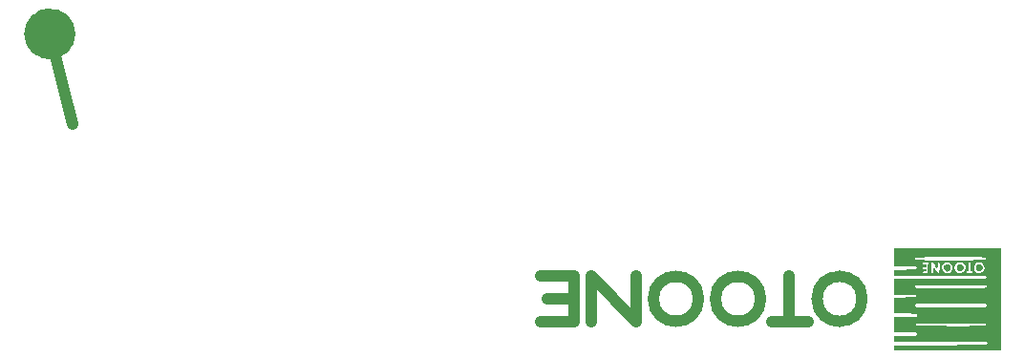
<source format=gbr>
%TF.GenerationSoftware,KiCad,Pcbnew,(5.1.8)-1*%
%TF.CreationDate,2022-08-29T12:55:05+09:00*%
%TF.ProjectId,face,66616365-2e6b-4696-9361-645f70636258,rev?*%
%TF.SameCoordinates,Original*%
%TF.FileFunction,Legend,Top*%
%TF.FilePolarity,Positive*%
%FSLAX46Y46*%
G04 Gerber Fmt 4.6, Leading zero omitted, Abs format (unit mm)*
G04 Created by KiCad (PCBNEW (5.1.8)-1) date 2022-08-29 12:55:05*
%MOMM*%
%LPD*%
G01*
G04 APERTURE LIST*
%ADD10C,1.000000*%
%ADD11C,2.500000*%
%ADD12C,0.010000*%
G04 APERTURE END LIST*
D10*
X91500000Y-87500000D02*
X89500000Y-79500000D01*
D11*
X90500000Y-79500000D02*
G75*
G03*
X90500000Y-79500000I-1000000J0D01*
G01*
D10*
X133000000Y-101000000D02*
X136000000Y-101000000D01*
X133600000Y-103000000D02*
X135800000Y-103000000D01*
X133000000Y-105000000D02*
X136000000Y-105000000D01*
X141500000Y-105000000D02*
X137500000Y-101000000D01*
X136000000Y-101000000D02*
X136000000Y-105000000D01*
X137500000Y-101000000D02*
X137500000Y-105000000D01*
X141500000Y-101000000D02*
X141500000Y-105000000D01*
X147000000Y-103000000D02*
G75*
G03*
X147000000Y-103000000I-2000000J0D01*
G01*
X152500000Y-103000000D02*
G75*
G03*
X152500000Y-103000000I-2000000J0D01*
G01*
X153500000Y-105000000D02*
X156700000Y-105000000D01*
X155000000Y-101000000D02*
X155000000Y-105000000D01*
X161500000Y-103000000D02*
G75*
G03*
X161500000Y-103000000I-2000000J0D01*
G01*
D12*
%TO.C,G\u002A\u002A\u002A*%
G36*
X164301000Y-107106333D02*
G01*
X168379606Y-107106333D01*
X169058905Y-107106279D01*
X169658592Y-107106051D01*
X170183721Y-107105556D01*
X170639347Y-107104700D01*
X171030525Y-107103389D01*
X171362308Y-107101527D01*
X171639751Y-107099021D01*
X171867910Y-107095777D01*
X172051838Y-107091700D01*
X172196589Y-107086695D01*
X172307219Y-107080669D01*
X172388782Y-107073527D01*
X172446332Y-107065174D01*
X172484923Y-107055518D01*
X172509612Y-107044462D01*
X172525450Y-107031913D01*
X172528273Y-107028917D01*
X172592005Y-106917000D01*
X172571696Y-106812345D01*
X172520917Y-106753061D01*
X172502855Y-106741339D01*
X172472811Y-106730991D01*
X172425764Y-106721933D01*
X172356694Y-106714081D01*
X172260579Y-106707350D01*
X172132399Y-106701654D01*
X171967134Y-106696910D01*
X171759762Y-106693032D01*
X171505264Y-106689935D01*
X171198617Y-106687535D01*
X170834802Y-106685747D01*
X170408798Y-106684486D01*
X169915584Y-106683668D01*
X169350140Y-106683207D01*
X168707444Y-106683018D01*
X168372250Y-106683000D01*
X164301000Y-106683000D01*
X164301000Y-106302000D01*
X165244081Y-106302000D01*
X165561374Y-106301121D01*
X165804867Y-106298022D01*
X165985411Y-106292015D01*
X166113858Y-106282410D01*
X166201062Y-106268518D01*
X166257873Y-106249648D01*
X166281248Y-106236100D01*
X166355371Y-106145712D01*
X166371318Y-106039295D01*
X166327879Y-105947936D01*
X166293450Y-105922490D01*
X166223251Y-105907908D01*
X166077381Y-105895857D01*
X165864807Y-105886714D01*
X165594498Y-105880860D01*
X165275421Y-105878673D01*
X165256284Y-105878667D01*
X164301000Y-105878667D01*
X164301000Y-104608667D01*
X165221750Y-104604447D01*
X165498761Y-104601888D01*
X165752365Y-104597121D01*
X165968477Y-104590603D01*
X166133010Y-104582793D01*
X166231879Y-104574151D01*
X166248334Y-104571023D01*
X166336580Y-104515953D01*
X166368060Y-104421919D01*
X166365231Y-104320866D01*
X166341590Y-104261656D01*
X166288002Y-104249477D01*
X166159999Y-104239128D01*
X165967817Y-104230992D01*
X165721695Y-104225450D01*
X165431870Y-104222886D01*
X165301113Y-104222786D01*
X164301000Y-104224280D01*
X164301000Y-102873000D01*
X165208411Y-102873000D01*
X165551475Y-102871405D01*
X165818811Y-102865728D01*
X166019314Y-102854628D01*
X166161877Y-102836767D01*
X166255396Y-102810805D01*
X166308764Y-102775404D01*
X166330876Y-102729224D01*
X166333000Y-102703667D01*
X166322408Y-102652010D01*
X166284701Y-102611757D01*
X166210985Y-102581566D01*
X166092365Y-102560100D01*
X165919948Y-102546019D01*
X165684839Y-102537983D01*
X165378143Y-102534653D01*
X165208411Y-102534333D01*
X164301000Y-102534333D01*
X164301000Y-101222000D01*
X172427049Y-101222000D01*
X172498057Y-101113628D01*
X172543705Y-101033077D01*
X172538932Y-100981533D01*
X172497534Y-100933711D01*
X172477343Y-100921951D01*
X172438832Y-100911264D01*
X172378156Y-100901598D01*
X172291470Y-100892898D01*
X172174929Y-100885110D01*
X172024688Y-100878182D01*
X171836901Y-100872058D01*
X171607724Y-100866686D01*
X171333311Y-100862011D01*
X171009818Y-100857979D01*
X170633399Y-100854537D01*
X170200209Y-100851632D01*
X169706403Y-100849208D01*
X169148136Y-100847212D01*
X168521562Y-100845591D01*
X167822837Y-100844291D01*
X167048116Y-100843257D01*
X166193552Y-100842437D01*
X165962584Y-100842256D01*
X164301000Y-100841000D01*
X164301000Y-100417667D01*
X165266201Y-100417667D01*
X165611639Y-100416141D01*
X165878623Y-100411357D01*
X166073314Y-100403008D01*
X166201873Y-100390785D01*
X166270461Y-100374380D01*
X166282201Y-100366867D01*
X166324331Y-100282675D01*
X166329602Y-100177926D01*
X166300032Y-100090655D01*
X166266038Y-100062363D01*
X166205650Y-100054909D01*
X166073718Y-100048304D01*
X165883364Y-100042881D01*
X165647712Y-100038971D01*
X165379881Y-100036906D01*
X165250038Y-100036667D01*
X164301000Y-100036667D01*
X164301000Y-98470333D01*
X173699000Y-98470333D01*
X173699000Y-99405187D01*
X172488160Y-99405187D01*
X172456227Y-99309474D01*
X172371727Y-99253511D01*
X172371025Y-99253350D01*
X172326520Y-99245143D01*
X172266962Y-99238083D01*
X172186505Y-99232110D01*
X172079300Y-99227164D01*
X171939501Y-99223185D01*
X171761258Y-99220113D01*
X171538725Y-99217887D01*
X171266055Y-99216448D01*
X170937398Y-99215736D01*
X170546908Y-99215689D01*
X170088737Y-99216249D01*
X169557037Y-99217355D01*
X169007923Y-99218775D01*
X168416798Y-99220810D01*
X167905937Y-99223491D01*
X167470936Y-99226909D01*
X167107395Y-99231155D01*
X166810911Y-99236319D01*
X166577082Y-99242492D01*
X166401506Y-99249765D01*
X166279781Y-99258227D01*
X166207506Y-99267969D01*
X166182173Y-99276875D01*
X166134770Y-99355451D01*
X166123449Y-99456106D01*
X166150527Y-99537251D01*
X166166865Y-99551810D01*
X166215643Y-99556347D01*
X166342332Y-99560566D01*
X166540174Y-99564413D01*
X166802414Y-99567835D01*
X167122296Y-99570779D01*
X167493063Y-99573192D01*
X167907959Y-99575021D01*
X168360229Y-99576212D01*
X168843115Y-99576712D01*
X169309922Y-99576516D01*
X169901029Y-99575716D01*
X170413142Y-99574634D01*
X170851933Y-99573144D01*
X171223073Y-99571120D01*
X171532233Y-99568436D01*
X171785087Y-99564966D01*
X171987306Y-99560584D01*
X172144562Y-99555163D01*
X172262527Y-99548577D01*
X172346873Y-99540702D01*
X172403271Y-99531409D01*
X172437394Y-99520574D01*
X172454913Y-99508069D01*
X172456080Y-99506574D01*
X172488160Y-99405187D01*
X173699000Y-99405187D01*
X173699000Y-100198615D01*
X172360616Y-100198615D01*
X172326019Y-99999301D01*
X172220133Y-99842788D01*
X172039817Y-99724556D01*
X172026834Y-99718701D01*
X171904391Y-99672372D01*
X171808981Y-99666426D01*
X171701243Y-99702764D01*
X171629447Y-99737895D01*
X171452853Y-99864741D01*
X171351293Y-100029140D01*
X171321562Y-100234259D01*
X171360717Y-100439561D01*
X171469790Y-100597317D01*
X171530630Y-100638186D01*
X171301975Y-100638186D01*
X171280060Y-100551938D01*
X171209152Y-100492707D01*
X171197420Y-100489044D01*
X171157818Y-100469574D01*
X171133665Y-100424952D01*
X171121274Y-100337769D01*
X171116958Y-100190614D01*
X171116667Y-100107658D01*
X171111250Y-99904264D01*
X171094477Y-99779218D01*
X171065563Y-99726862D01*
X171063750Y-99726037D01*
X171010530Y-99704273D01*
X171003713Y-99701342D01*
X170964320Y-99711216D01*
X170929630Y-99723696D01*
X170895714Y-99753258D01*
X170875122Y-99820824D01*
X170865052Y-99942501D01*
X170862667Y-100108659D01*
X170861799Y-100193196D01*
X170693334Y-100193196D01*
X170658821Y-100058926D01*
X170569114Y-99915359D01*
X170444957Y-99790635D01*
X170353158Y-99731784D01*
X170230269Y-99677175D01*
X170139801Y-99662624D01*
X170040368Y-99686705D01*
X169961198Y-99718261D01*
X169796304Y-99824027D01*
X169678038Y-99972969D01*
X169615643Y-100144604D01*
X169617030Y-100233447D01*
X169538714Y-100233447D01*
X169508701Y-100052814D01*
X169415919Y-99887733D01*
X169261280Y-99755220D01*
X169190500Y-99718701D01*
X169084496Y-99675063D01*
X169010412Y-99664101D01*
X168927225Y-99685905D01*
X168897444Y-99698000D01*
X167351606Y-99698000D01*
X167106887Y-99698648D01*
X166963236Y-99704972D01*
X166850064Y-99720597D01*
X166805085Y-99735471D01*
X166764053Y-99802501D01*
X166763117Y-99851240D01*
X166796832Y-99906671D01*
X166884024Y-99935854D01*
X166957782Y-99943851D01*
X167074275Y-99959905D01*
X167127050Y-99992888D01*
X167137334Y-100039101D01*
X167119020Y-100096813D01*
X167049557Y-100119338D01*
X166994351Y-100121333D01*
X166865312Y-100145230D01*
X166783543Y-100207301D01*
X166765975Y-100293119D01*
X166771436Y-100311294D01*
X166834790Y-100359835D01*
X166970200Y-100375333D01*
X167088033Y-100390219D01*
X167129214Y-100424544D01*
X167094215Y-100462816D01*
X166983507Y-100489541D01*
X166966676Y-100491114D01*
X166825872Y-100519774D01*
X166763454Y-100575874D01*
X166780626Y-100658293D01*
X166783066Y-100662249D01*
X166834725Y-100706648D01*
X166931314Y-100729284D01*
X167078448Y-100735167D01*
X167327834Y-100735167D01*
X167339720Y-100216583D01*
X167351606Y-99698000D01*
X168897444Y-99698000D01*
X168844602Y-99719460D01*
X168654050Y-99834338D01*
X168538167Y-99989061D01*
X168523438Y-100057998D01*
X168364506Y-100057998D01*
X168359796Y-99898916D01*
X168350087Y-99780796D01*
X168335118Y-99724564D01*
X168334993Y-99724437D01*
X168272833Y-99705105D01*
X168218576Y-99706798D01*
X168168587Y-99725793D01*
X168139836Y-99778278D01*
X168124515Y-99884649D01*
X168119371Y-99965931D01*
X168109303Y-100101960D01*
X168093784Y-100167477D01*
X168067461Y-100176636D01*
X168045288Y-100161831D01*
X167992957Y-100094324D01*
X167984000Y-100060923D01*
X167953959Y-99988417D01*
X167879248Y-99894328D01*
X167782988Y-99800930D01*
X167688296Y-99730496D01*
X167618294Y-99705300D01*
X167615310Y-99705727D01*
X167583036Y-99719922D01*
X167561400Y-99757266D01*
X167548329Y-99832012D01*
X167541752Y-99958414D01*
X167539595Y-100150725D01*
X167539500Y-100227167D01*
X167540605Y-100442674D01*
X167545361Y-100587887D01*
X167555929Y-100677161D01*
X167574470Y-100724856D01*
X167603147Y-100745330D01*
X167618080Y-100749140D01*
X167695584Y-100748057D01*
X167743220Y-100699183D01*
X167768738Y-100588977D01*
X167777477Y-100470583D01*
X167788147Y-100346374D01*
X167804842Y-100265708D01*
X167817065Y-100248333D01*
X167852544Y-100281743D01*
X167916105Y-100368989D01*
X167987767Y-100481150D01*
X168107990Y-100650882D01*
X168213411Y-100738278D01*
X168305118Y-100744165D01*
X168322288Y-100735401D01*
X168338625Y-100685409D01*
X168351278Y-100571747D01*
X168359984Y-100415340D01*
X168364481Y-100237115D01*
X168364506Y-100057998D01*
X168523438Y-100057998D01*
X168496376Y-100184657D01*
X168506716Y-100322616D01*
X168574028Y-100499519D01*
X168699863Y-100636429D01*
X168864283Y-100723167D01*
X169047346Y-100749553D01*
X169229111Y-100705406D01*
X169243024Y-100698510D01*
X169406788Y-100573311D01*
X169505047Y-100412618D01*
X169538714Y-100233447D01*
X169617030Y-100233447D01*
X169618359Y-100318450D01*
X169650528Y-100406761D01*
X169779658Y-100587515D01*
X169939082Y-100704609D01*
X170114382Y-100753672D01*
X170291144Y-100730330D01*
X170437606Y-100645458D01*
X170582130Y-100489017D01*
X170671204Y-100318091D01*
X170693334Y-100193196D01*
X170861799Y-100193196D01*
X170860858Y-100284674D01*
X170852742Y-100393766D01*
X170834288Y-100453648D01*
X170801464Y-100482033D01*
X170775723Y-100490663D01*
X170710711Y-100533186D01*
X170701639Y-100624283D01*
X170715363Y-100686902D01*
X170752173Y-100721807D01*
X170833312Y-100739108D01*
X170961489Y-100747969D01*
X171105097Y-100747449D01*
X171218130Y-100732741D01*
X171264035Y-100714663D01*
X171301975Y-100638186D01*
X171530630Y-100638186D01*
X171609898Y-100691433D01*
X171809888Y-100748592D01*
X171997888Y-100730239D01*
X172159985Y-100645507D01*
X172282266Y-100503529D01*
X172350820Y-100313439D01*
X172360616Y-100198615D01*
X173699000Y-100198615D01*
X173699000Y-101883782D01*
X172574786Y-101883782D01*
X172551943Y-101811297D01*
X172531873Y-101780953D01*
X172466533Y-101687667D01*
X169360457Y-101687667D01*
X168768063Y-101687814D01*
X168254638Y-101688334D01*
X167814483Y-101689346D01*
X167441900Y-101690971D01*
X167131192Y-101693328D01*
X166876660Y-101696536D01*
X166672607Y-101700714D01*
X166513335Y-101705982D01*
X166393144Y-101712460D01*
X166306339Y-101720267D01*
X166247220Y-101729523D01*
X166210090Y-101740346D01*
X166189250Y-101752857D01*
X166187858Y-101754191D01*
X166126666Y-101855628D01*
X166149943Y-101956128D01*
X166188130Y-102002415D01*
X166207367Y-102015103D01*
X166241681Y-102026031D01*
X166296776Y-102035300D01*
X166378359Y-102043009D01*
X166492135Y-102049259D01*
X166643812Y-102054150D01*
X166839094Y-102057783D01*
X167083688Y-102060258D01*
X167383300Y-102061676D01*
X167743636Y-102062136D01*
X168170401Y-102061740D01*
X168669303Y-102060587D01*
X169246046Y-102058778D01*
X169368553Y-102058356D01*
X169956104Y-102056269D01*
X170464794Y-102054277D01*
X170900429Y-102052201D01*
X171268815Y-102049861D01*
X171575759Y-102047081D01*
X171827065Y-102043680D01*
X172028540Y-102039481D01*
X172185989Y-102034305D01*
X172305218Y-102027974D01*
X172392033Y-102020309D01*
X172452239Y-102011132D01*
X172491643Y-102000264D01*
X172516051Y-101987526D01*
X172531267Y-101972742D01*
X172539698Y-101960870D01*
X172574786Y-101883782D01*
X173699000Y-101883782D01*
X173699000Y-103550333D01*
X172598334Y-103550333D01*
X172571009Y-103491932D01*
X172513667Y-103423333D01*
X172495925Y-103407340D01*
X172473033Y-103393499D01*
X172439129Y-103381654D01*
X172388352Y-103371650D01*
X172314841Y-103363332D01*
X172212734Y-103356544D01*
X172076171Y-103351131D01*
X171899290Y-103346937D01*
X171676229Y-103343808D01*
X171401127Y-103341586D01*
X171068123Y-103340118D01*
X170671356Y-103339248D01*
X170204963Y-103338820D01*
X169663085Y-103338679D01*
X169320524Y-103338667D01*
X168727888Y-103338813D01*
X168214223Y-103339333D01*
X167773833Y-103340345D01*
X167401021Y-103341968D01*
X167090094Y-103344322D01*
X166835354Y-103347526D01*
X166631106Y-103351700D01*
X166471655Y-103356963D01*
X166351304Y-103363434D01*
X166264358Y-103371232D01*
X166205122Y-103380478D01*
X166167899Y-103391289D01*
X166146994Y-103403786D01*
X166145524Y-103405191D01*
X166088580Y-103507066D01*
X166087856Y-103618626D01*
X166141672Y-103705619D01*
X166160884Y-103718177D01*
X166222364Y-103727859D01*
X166368172Y-103736343D01*
X166597981Y-103743626D01*
X166911460Y-103749702D01*
X167308282Y-103754568D01*
X167788116Y-103758219D01*
X168350635Y-103760650D01*
X168995507Y-103761857D01*
X169335884Y-103762000D01*
X169921559Y-103761952D01*
X170428444Y-103761704D01*
X170862416Y-103761098D01*
X171229351Y-103759979D01*
X171535126Y-103758189D01*
X171785617Y-103755573D01*
X171986702Y-103751973D01*
X172144257Y-103747234D01*
X172264158Y-103741198D01*
X172352283Y-103733709D01*
X172414507Y-103724610D01*
X172456708Y-103713745D01*
X172484761Y-103700957D01*
X172504545Y-103686090D01*
X172513667Y-103677333D01*
X172575821Y-103601517D01*
X172598334Y-103550333D01*
X173699000Y-103550333D01*
X173699000Y-105230601D01*
X172494656Y-105230601D01*
X172469693Y-105155933D01*
X172459307Y-105140515D01*
X172441962Y-105127171D01*
X172411875Y-105115751D01*
X172363264Y-105106107D01*
X172290347Y-105098088D01*
X172187341Y-105091544D01*
X172048464Y-105086326D01*
X171867934Y-105082284D01*
X171639968Y-105079268D01*
X171358785Y-105077128D01*
X171018600Y-105075716D01*
X170613633Y-105074880D01*
X170138102Y-105074472D01*
X169586222Y-105074342D01*
X169318509Y-105074333D01*
X168652968Y-105074848D01*
X168070482Y-105076405D01*
X167569447Y-105079029D01*
X167148260Y-105082741D01*
X166805315Y-105087566D01*
X166539008Y-105093526D01*
X166347735Y-105100644D01*
X166229891Y-105108942D01*
X166183871Y-105118444D01*
X166183347Y-105119073D01*
X166170110Y-105186045D01*
X166183117Y-105268966D01*
X166212726Y-105334399D01*
X166249293Y-105348905D01*
X166249575Y-105348733D01*
X166287684Y-105353286D01*
X166290667Y-105368168D01*
X166331641Y-105374979D01*
X166449127Y-105381340D01*
X166634973Y-105387226D01*
X166881024Y-105392614D01*
X167179128Y-105397476D01*
X167521132Y-105401788D01*
X167898881Y-105405524D01*
X168304224Y-105408659D01*
X168729006Y-105411168D01*
X169165075Y-105413024D01*
X169604277Y-105414204D01*
X170038459Y-105414681D01*
X170459467Y-105414431D01*
X170859150Y-105413427D01*
X171229352Y-105411645D01*
X171561922Y-105409058D01*
X171848705Y-105405643D01*
X172081550Y-105401373D01*
X172252301Y-105396222D01*
X172352806Y-105390167D01*
X172373155Y-105387084D01*
X172469893Y-105327803D01*
X172494656Y-105230601D01*
X173699000Y-105230601D01*
X173699000Y-107487333D01*
X164301000Y-107487333D01*
X164301000Y-107106333D01*
G37*
X164301000Y-107106333D02*
X168379606Y-107106333D01*
X169058905Y-107106279D01*
X169658592Y-107106051D01*
X170183721Y-107105556D01*
X170639347Y-107104700D01*
X171030525Y-107103389D01*
X171362308Y-107101527D01*
X171639751Y-107099021D01*
X171867910Y-107095777D01*
X172051838Y-107091700D01*
X172196589Y-107086695D01*
X172307219Y-107080669D01*
X172388782Y-107073527D01*
X172446332Y-107065174D01*
X172484923Y-107055518D01*
X172509612Y-107044462D01*
X172525450Y-107031913D01*
X172528273Y-107028917D01*
X172592005Y-106917000D01*
X172571696Y-106812345D01*
X172520917Y-106753061D01*
X172502855Y-106741339D01*
X172472811Y-106730991D01*
X172425764Y-106721933D01*
X172356694Y-106714081D01*
X172260579Y-106707350D01*
X172132399Y-106701654D01*
X171967134Y-106696910D01*
X171759762Y-106693032D01*
X171505264Y-106689935D01*
X171198617Y-106687535D01*
X170834802Y-106685747D01*
X170408798Y-106684486D01*
X169915584Y-106683668D01*
X169350140Y-106683207D01*
X168707444Y-106683018D01*
X168372250Y-106683000D01*
X164301000Y-106683000D01*
X164301000Y-106302000D01*
X165244081Y-106302000D01*
X165561374Y-106301121D01*
X165804867Y-106298022D01*
X165985411Y-106292015D01*
X166113858Y-106282410D01*
X166201062Y-106268518D01*
X166257873Y-106249648D01*
X166281248Y-106236100D01*
X166355371Y-106145712D01*
X166371318Y-106039295D01*
X166327879Y-105947936D01*
X166293450Y-105922490D01*
X166223251Y-105907908D01*
X166077381Y-105895857D01*
X165864807Y-105886714D01*
X165594498Y-105880860D01*
X165275421Y-105878673D01*
X165256284Y-105878667D01*
X164301000Y-105878667D01*
X164301000Y-104608667D01*
X165221750Y-104604447D01*
X165498761Y-104601888D01*
X165752365Y-104597121D01*
X165968477Y-104590603D01*
X166133010Y-104582793D01*
X166231879Y-104574151D01*
X166248334Y-104571023D01*
X166336580Y-104515953D01*
X166368060Y-104421919D01*
X166365231Y-104320866D01*
X166341590Y-104261656D01*
X166288002Y-104249477D01*
X166159999Y-104239128D01*
X165967817Y-104230992D01*
X165721695Y-104225450D01*
X165431870Y-104222886D01*
X165301113Y-104222786D01*
X164301000Y-104224280D01*
X164301000Y-102873000D01*
X165208411Y-102873000D01*
X165551475Y-102871405D01*
X165818811Y-102865728D01*
X166019314Y-102854628D01*
X166161877Y-102836767D01*
X166255396Y-102810805D01*
X166308764Y-102775404D01*
X166330876Y-102729224D01*
X166333000Y-102703667D01*
X166322408Y-102652010D01*
X166284701Y-102611757D01*
X166210985Y-102581566D01*
X166092365Y-102560100D01*
X165919948Y-102546019D01*
X165684839Y-102537983D01*
X165378143Y-102534653D01*
X165208411Y-102534333D01*
X164301000Y-102534333D01*
X164301000Y-101222000D01*
X172427049Y-101222000D01*
X172498057Y-101113628D01*
X172543705Y-101033077D01*
X172538932Y-100981533D01*
X172497534Y-100933711D01*
X172477343Y-100921951D01*
X172438832Y-100911264D01*
X172378156Y-100901598D01*
X172291470Y-100892898D01*
X172174929Y-100885110D01*
X172024688Y-100878182D01*
X171836901Y-100872058D01*
X171607724Y-100866686D01*
X171333311Y-100862011D01*
X171009818Y-100857979D01*
X170633399Y-100854537D01*
X170200209Y-100851632D01*
X169706403Y-100849208D01*
X169148136Y-100847212D01*
X168521562Y-100845591D01*
X167822837Y-100844291D01*
X167048116Y-100843257D01*
X166193552Y-100842437D01*
X165962584Y-100842256D01*
X164301000Y-100841000D01*
X164301000Y-100417667D01*
X165266201Y-100417667D01*
X165611639Y-100416141D01*
X165878623Y-100411357D01*
X166073314Y-100403008D01*
X166201873Y-100390785D01*
X166270461Y-100374380D01*
X166282201Y-100366867D01*
X166324331Y-100282675D01*
X166329602Y-100177926D01*
X166300032Y-100090655D01*
X166266038Y-100062363D01*
X166205650Y-100054909D01*
X166073718Y-100048304D01*
X165883364Y-100042881D01*
X165647712Y-100038971D01*
X165379881Y-100036906D01*
X165250038Y-100036667D01*
X164301000Y-100036667D01*
X164301000Y-98470333D01*
X173699000Y-98470333D01*
X173699000Y-99405187D01*
X172488160Y-99405187D01*
X172456227Y-99309474D01*
X172371727Y-99253511D01*
X172371025Y-99253350D01*
X172326520Y-99245143D01*
X172266962Y-99238083D01*
X172186505Y-99232110D01*
X172079300Y-99227164D01*
X171939501Y-99223185D01*
X171761258Y-99220113D01*
X171538725Y-99217887D01*
X171266055Y-99216448D01*
X170937398Y-99215736D01*
X170546908Y-99215689D01*
X170088737Y-99216249D01*
X169557037Y-99217355D01*
X169007923Y-99218775D01*
X168416798Y-99220810D01*
X167905937Y-99223491D01*
X167470936Y-99226909D01*
X167107395Y-99231155D01*
X166810911Y-99236319D01*
X166577082Y-99242492D01*
X166401506Y-99249765D01*
X166279781Y-99258227D01*
X166207506Y-99267969D01*
X166182173Y-99276875D01*
X166134770Y-99355451D01*
X166123449Y-99456106D01*
X166150527Y-99537251D01*
X166166865Y-99551810D01*
X166215643Y-99556347D01*
X166342332Y-99560566D01*
X166540174Y-99564413D01*
X166802414Y-99567835D01*
X167122296Y-99570779D01*
X167493063Y-99573192D01*
X167907959Y-99575021D01*
X168360229Y-99576212D01*
X168843115Y-99576712D01*
X169309922Y-99576516D01*
X169901029Y-99575716D01*
X170413142Y-99574634D01*
X170851933Y-99573144D01*
X171223073Y-99571120D01*
X171532233Y-99568436D01*
X171785087Y-99564966D01*
X171987306Y-99560584D01*
X172144562Y-99555163D01*
X172262527Y-99548577D01*
X172346873Y-99540702D01*
X172403271Y-99531409D01*
X172437394Y-99520574D01*
X172454913Y-99508069D01*
X172456080Y-99506574D01*
X172488160Y-99405187D01*
X173699000Y-99405187D01*
X173699000Y-100198615D01*
X172360616Y-100198615D01*
X172326019Y-99999301D01*
X172220133Y-99842788D01*
X172039817Y-99724556D01*
X172026834Y-99718701D01*
X171904391Y-99672372D01*
X171808981Y-99666426D01*
X171701243Y-99702764D01*
X171629447Y-99737895D01*
X171452853Y-99864741D01*
X171351293Y-100029140D01*
X171321562Y-100234259D01*
X171360717Y-100439561D01*
X171469790Y-100597317D01*
X171530630Y-100638186D01*
X171301975Y-100638186D01*
X171280060Y-100551938D01*
X171209152Y-100492707D01*
X171197420Y-100489044D01*
X171157818Y-100469574D01*
X171133665Y-100424952D01*
X171121274Y-100337769D01*
X171116958Y-100190614D01*
X171116667Y-100107658D01*
X171111250Y-99904264D01*
X171094477Y-99779218D01*
X171065563Y-99726862D01*
X171063750Y-99726037D01*
X171010530Y-99704273D01*
X171003713Y-99701342D01*
X170964320Y-99711216D01*
X170929630Y-99723696D01*
X170895714Y-99753258D01*
X170875122Y-99820824D01*
X170865052Y-99942501D01*
X170862667Y-100108659D01*
X170861799Y-100193196D01*
X170693334Y-100193196D01*
X170658821Y-100058926D01*
X170569114Y-99915359D01*
X170444957Y-99790635D01*
X170353158Y-99731784D01*
X170230269Y-99677175D01*
X170139801Y-99662624D01*
X170040368Y-99686705D01*
X169961198Y-99718261D01*
X169796304Y-99824027D01*
X169678038Y-99972969D01*
X169615643Y-100144604D01*
X169617030Y-100233447D01*
X169538714Y-100233447D01*
X169508701Y-100052814D01*
X169415919Y-99887733D01*
X169261280Y-99755220D01*
X169190500Y-99718701D01*
X169084496Y-99675063D01*
X169010412Y-99664101D01*
X168927225Y-99685905D01*
X168897444Y-99698000D01*
X167351606Y-99698000D01*
X167106887Y-99698648D01*
X166963236Y-99704972D01*
X166850064Y-99720597D01*
X166805085Y-99735471D01*
X166764053Y-99802501D01*
X166763117Y-99851240D01*
X166796832Y-99906671D01*
X166884024Y-99935854D01*
X166957782Y-99943851D01*
X167074275Y-99959905D01*
X167127050Y-99992888D01*
X167137334Y-100039101D01*
X167119020Y-100096813D01*
X167049557Y-100119338D01*
X166994351Y-100121333D01*
X166865312Y-100145230D01*
X166783543Y-100207301D01*
X166765975Y-100293119D01*
X166771436Y-100311294D01*
X166834790Y-100359835D01*
X166970200Y-100375333D01*
X167088033Y-100390219D01*
X167129214Y-100424544D01*
X167094215Y-100462816D01*
X166983507Y-100489541D01*
X166966676Y-100491114D01*
X166825872Y-100519774D01*
X166763454Y-100575874D01*
X166780626Y-100658293D01*
X166783066Y-100662249D01*
X166834725Y-100706648D01*
X166931314Y-100729284D01*
X167078448Y-100735167D01*
X167327834Y-100735167D01*
X167339720Y-100216583D01*
X167351606Y-99698000D01*
X168897444Y-99698000D01*
X168844602Y-99719460D01*
X168654050Y-99834338D01*
X168538167Y-99989061D01*
X168523438Y-100057998D01*
X168364506Y-100057998D01*
X168359796Y-99898916D01*
X168350087Y-99780796D01*
X168335118Y-99724564D01*
X168334993Y-99724437D01*
X168272833Y-99705105D01*
X168218576Y-99706798D01*
X168168587Y-99725793D01*
X168139836Y-99778278D01*
X168124515Y-99884649D01*
X168119371Y-99965931D01*
X168109303Y-100101960D01*
X168093784Y-100167477D01*
X168067461Y-100176636D01*
X168045288Y-100161831D01*
X167992957Y-100094324D01*
X167984000Y-100060923D01*
X167953959Y-99988417D01*
X167879248Y-99894328D01*
X167782988Y-99800930D01*
X167688296Y-99730496D01*
X167618294Y-99705300D01*
X167615310Y-99705727D01*
X167583036Y-99719922D01*
X167561400Y-99757266D01*
X167548329Y-99832012D01*
X167541752Y-99958414D01*
X167539595Y-100150725D01*
X167539500Y-100227167D01*
X167540605Y-100442674D01*
X167545361Y-100587887D01*
X167555929Y-100677161D01*
X167574470Y-100724856D01*
X167603147Y-100745330D01*
X167618080Y-100749140D01*
X167695584Y-100748057D01*
X167743220Y-100699183D01*
X167768738Y-100588977D01*
X167777477Y-100470583D01*
X167788147Y-100346374D01*
X167804842Y-100265708D01*
X167817065Y-100248333D01*
X167852544Y-100281743D01*
X167916105Y-100368989D01*
X167987767Y-100481150D01*
X168107990Y-100650882D01*
X168213411Y-100738278D01*
X168305118Y-100744165D01*
X168322288Y-100735401D01*
X168338625Y-100685409D01*
X168351278Y-100571747D01*
X168359984Y-100415340D01*
X168364481Y-100237115D01*
X168364506Y-100057998D01*
X168523438Y-100057998D01*
X168496376Y-100184657D01*
X168506716Y-100322616D01*
X168574028Y-100499519D01*
X168699863Y-100636429D01*
X168864283Y-100723167D01*
X169047346Y-100749553D01*
X169229111Y-100705406D01*
X169243024Y-100698510D01*
X169406788Y-100573311D01*
X169505047Y-100412618D01*
X169538714Y-100233447D01*
X169617030Y-100233447D01*
X169618359Y-100318450D01*
X169650528Y-100406761D01*
X169779658Y-100587515D01*
X169939082Y-100704609D01*
X170114382Y-100753672D01*
X170291144Y-100730330D01*
X170437606Y-100645458D01*
X170582130Y-100489017D01*
X170671204Y-100318091D01*
X170693334Y-100193196D01*
X170861799Y-100193196D01*
X170860858Y-100284674D01*
X170852742Y-100393766D01*
X170834288Y-100453648D01*
X170801464Y-100482033D01*
X170775723Y-100490663D01*
X170710711Y-100533186D01*
X170701639Y-100624283D01*
X170715363Y-100686902D01*
X170752173Y-100721807D01*
X170833312Y-100739108D01*
X170961489Y-100747969D01*
X171105097Y-100747449D01*
X171218130Y-100732741D01*
X171264035Y-100714663D01*
X171301975Y-100638186D01*
X171530630Y-100638186D01*
X171609898Y-100691433D01*
X171809888Y-100748592D01*
X171997888Y-100730239D01*
X172159985Y-100645507D01*
X172282266Y-100503529D01*
X172350820Y-100313439D01*
X172360616Y-100198615D01*
X173699000Y-100198615D01*
X173699000Y-101883782D01*
X172574786Y-101883782D01*
X172551943Y-101811297D01*
X172531873Y-101780953D01*
X172466533Y-101687667D01*
X169360457Y-101687667D01*
X168768063Y-101687814D01*
X168254638Y-101688334D01*
X167814483Y-101689346D01*
X167441900Y-101690971D01*
X167131192Y-101693328D01*
X166876660Y-101696536D01*
X166672607Y-101700714D01*
X166513335Y-101705982D01*
X166393144Y-101712460D01*
X166306339Y-101720267D01*
X166247220Y-101729523D01*
X166210090Y-101740346D01*
X166189250Y-101752857D01*
X166187858Y-101754191D01*
X166126666Y-101855628D01*
X166149943Y-101956128D01*
X166188130Y-102002415D01*
X166207367Y-102015103D01*
X166241681Y-102026031D01*
X166296776Y-102035300D01*
X166378359Y-102043009D01*
X166492135Y-102049259D01*
X166643812Y-102054150D01*
X166839094Y-102057783D01*
X167083688Y-102060258D01*
X167383300Y-102061676D01*
X167743636Y-102062136D01*
X168170401Y-102061740D01*
X168669303Y-102060587D01*
X169246046Y-102058778D01*
X169368553Y-102058356D01*
X169956104Y-102056269D01*
X170464794Y-102054277D01*
X170900429Y-102052201D01*
X171268815Y-102049861D01*
X171575759Y-102047081D01*
X171827065Y-102043680D01*
X172028540Y-102039481D01*
X172185989Y-102034305D01*
X172305218Y-102027974D01*
X172392033Y-102020309D01*
X172452239Y-102011132D01*
X172491643Y-102000264D01*
X172516051Y-101987526D01*
X172531267Y-101972742D01*
X172539698Y-101960870D01*
X172574786Y-101883782D01*
X173699000Y-101883782D01*
X173699000Y-103550333D01*
X172598334Y-103550333D01*
X172571009Y-103491932D01*
X172513667Y-103423333D01*
X172495925Y-103407340D01*
X172473033Y-103393499D01*
X172439129Y-103381654D01*
X172388352Y-103371650D01*
X172314841Y-103363332D01*
X172212734Y-103356544D01*
X172076171Y-103351131D01*
X171899290Y-103346937D01*
X171676229Y-103343808D01*
X171401127Y-103341586D01*
X171068123Y-103340118D01*
X170671356Y-103339248D01*
X170204963Y-103338820D01*
X169663085Y-103338679D01*
X169320524Y-103338667D01*
X168727888Y-103338813D01*
X168214223Y-103339333D01*
X167773833Y-103340345D01*
X167401021Y-103341968D01*
X167090094Y-103344322D01*
X166835354Y-103347526D01*
X166631106Y-103351700D01*
X166471655Y-103356963D01*
X166351304Y-103363434D01*
X166264358Y-103371232D01*
X166205122Y-103380478D01*
X166167899Y-103391289D01*
X166146994Y-103403786D01*
X166145524Y-103405191D01*
X166088580Y-103507066D01*
X166087856Y-103618626D01*
X166141672Y-103705619D01*
X166160884Y-103718177D01*
X166222364Y-103727859D01*
X166368172Y-103736343D01*
X166597981Y-103743626D01*
X166911460Y-103749702D01*
X167308282Y-103754568D01*
X167788116Y-103758219D01*
X168350635Y-103760650D01*
X168995507Y-103761857D01*
X169335884Y-103762000D01*
X169921559Y-103761952D01*
X170428444Y-103761704D01*
X170862416Y-103761098D01*
X171229351Y-103759979D01*
X171535126Y-103758189D01*
X171785617Y-103755573D01*
X171986702Y-103751973D01*
X172144257Y-103747234D01*
X172264158Y-103741198D01*
X172352283Y-103733709D01*
X172414507Y-103724610D01*
X172456708Y-103713745D01*
X172484761Y-103700957D01*
X172504545Y-103686090D01*
X172513667Y-103677333D01*
X172575821Y-103601517D01*
X172598334Y-103550333D01*
X173699000Y-103550333D01*
X173699000Y-105230601D01*
X172494656Y-105230601D01*
X172469693Y-105155933D01*
X172459307Y-105140515D01*
X172441962Y-105127171D01*
X172411875Y-105115751D01*
X172363264Y-105106107D01*
X172290347Y-105098088D01*
X172187341Y-105091544D01*
X172048464Y-105086326D01*
X171867934Y-105082284D01*
X171639968Y-105079268D01*
X171358785Y-105077128D01*
X171018600Y-105075716D01*
X170613633Y-105074880D01*
X170138102Y-105074472D01*
X169586222Y-105074342D01*
X169318509Y-105074333D01*
X168652968Y-105074848D01*
X168070482Y-105076405D01*
X167569447Y-105079029D01*
X167148260Y-105082741D01*
X166805315Y-105087566D01*
X166539008Y-105093526D01*
X166347735Y-105100644D01*
X166229891Y-105108942D01*
X166183871Y-105118444D01*
X166183347Y-105119073D01*
X166170110Y-105186045D01*
X166183117Y-105268966D01*
X166212726Y-105334399D01*
X166249293Y-105348905D01*
X166249575Y-105348733D01*
X166287684Y-105353286D01*
X166290667Y-105368168D01*
X166331641Y-105374979D01*
X166449127Y-105381340D01*
X166634973Y-105387226D01*
X166881024Y-105392614D01*
X167179128Y-105397476D01*
X167521132Y-105401788D01*
X167898881Y-105405524D01*
X168304224Y-105408659D01*
X168729006Y-105411168D01*
X169165075Y-105413024D01*
X169604277Y-105414204D01*
X170038459Y-105414681D01*
X170459467Y-105414431D01*
X170859150Y-105413427D01*
X171229352Y-105411645D01*
X171561922Y-105409058D01*
X171848705Y-105405643D01*
X172081550Y-105401373D01*
X172252301Y-105396222D01*
X172352806Y-105390167D01*
X172373155Y-105387084D01*
X172469893Y-105327803D01*
X172494656Y-105230601D01*
X173699000Y-105230601D01*
X173699000Y-107487333D01*
X164301000Y-107487333D01*
X164301000Y-107106333D01*
G36*
X171707661Y-100466186D02*
G01*
X171623865Y-100373386D01*
X171588700Y-100229483D01*
X171590114Y-100181238D01*
X171612108Y-100066188D01*
X171668291Y-100000589D01*
X171733582Y-99968359D01*
X171849989Y-99937170D01*
X171948414Y-99958235D01*
X171965712Y-99966423D01*
X172077770Y-100062193D01*
X172120020Y-100189782D01*
X172086989Y-100326679D01*
X172062600Y-100364835D01*
X171945852Y-100469226D01*
X171821264Y-100500571D01*
X171707661Y-100466186D01*
G37*
X171707661Y-100466186D02*
X171623865Y-100373386D01*
X171588700Y-100229483D01*
X171590114Y-100181238D01*
X171612108Y-100066188D01*
X171668291Y-100000589D01*
X171733582Y-99968359D01*
X171849989Y-99937170D01*
X171948414Y-99958235D01*
X171965712Y-99966423D01*
X172077770Y-100062193D01*
X172120020Y-100189782D01*
X172086989Y-100326679D01*
X172062600Y-100364835D01*
X171945852Y-100469226D01*
X171821264Y-100500571D01*
X171707661Y-100466186D01*
G36*
X169972691Y-100432627D02*
G01*
X169904140Y-100312031D01*
X169889000Y-100200550D01*
X169909281Y-100060353D01*
X169978568Y-99981844D01*
X170109533Y-99952914D01*
X170149067Y-99952000D01*
X170282644Y-99971655D01*
X170368067Y-100038674D01*
X170373433Y-100046086D01*
X170433805Y-100188535D01*
X170410272Y-100321639D01*
X170341355Y-100410288D01*
X170209207Y-100490058D01*
X170080350Y-100494737D01*
X169972691Y-100432627D01*
G37*
X169972691Y-100432627D02*
X169904140Y-100312031D01*
X169889000Y-100200550D01*
X169909281Y-100060353D01*
X169978568Y-99981844D01*
X170109533Y-99952914D01*
X170149067Y-99952000D01*
X170282644Y-99971655D01*
X170368067Y-100038674D01*
X170373433Y-100046086D01*
X170433805Y-100188535D01*
X170410272Y-100321639D01*
X170341355Y-100410288D01*
X170209207Y-100490058D01*
X170080350Y-100494737D01*
X169972691Y-100432627D01*
G36*
X168868942Y-100467339D02*
G01*
X168781508Y-100368949D01*
X168752043Y-100217048D01*
X168753781Y-100181238D01*
X168775698Y-100066318D01*
X168831192Y-100001565D01*
X168894167Y-99971080D01*
X169002498Y-99941883D01*
X169084651Y-99942013D01*
X169084667Y-99942019D01*
X169209679Y-100017944D01*
X169276803Y-100129004D01*
X169288988Y-100254062D01*
X169249178Y-100371978D01*
X169160322Y-100461614D01*
X169025366Y-100501832D01*
X169006562Y-100502333D01*
X168868942Y-100467339D01*
G37*
X168868942Y-100467339D02*
X168781508Y-100368949D01*
X168752043Y-100217048D01*
X168753781Y-100181238D01*
X168775698Y-100066318D01*
X168831192Y-100001565D01*
X168894167Y-99971080D01*
X169002498Y-99941883D01*
X169084651Y-99942013D01*
X169084667Y-99942019D01*
X169209679Y-100017944D01*
X169276803Y-100129004D01*
X169288988Y-100254062D01*
X169249178Y-100371978D01*
X169160322Y-100461614D01*
X169025366Y-100501832D01*
X169006562Y-100502333D01*
X168868942Y-100467339D01*
%TD*%
M02*

</source>
